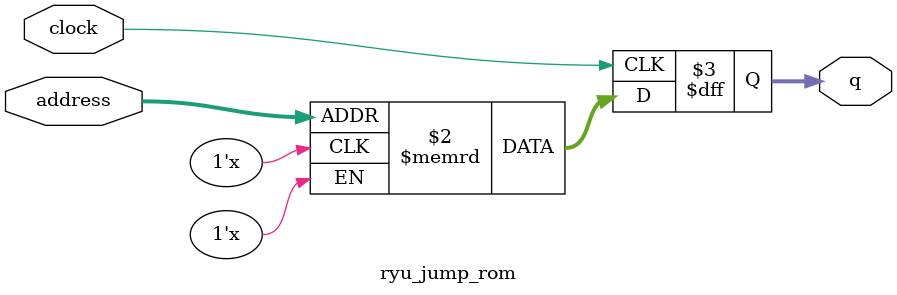
<source format=sv>
module ryu_jump_rom (
	input logic clock,
	input logic [12:0] address,
	output logic [3:0] q
);

logic [3:0] memory [0:4157] /* synthesis ram_init_file = "./ryu_jump/ryu_jump.mif" */;

always_ff @ (posedge clock) begin
	q <= memory[address];
end

endmodule

</source>
